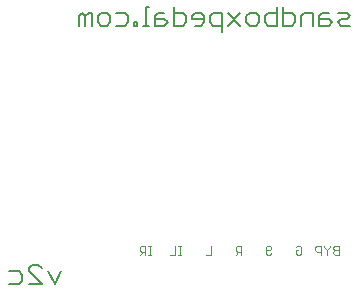
<source format=gbo>
G75*
%MOIN*%
%OFA0B0*%
%FSLAX25Y25*%
%IPPOS*%
%LPD*%
%AMOC8*
5,1,8,0,0,1.08239X$1,22.5*
%
%ADD10C,0.00500*%
%ADD11C,0.00600*%
%ADD12C,0.00300*%
D10*
X0101793Y0095965D02*
X0101793Y0102070D01*
X0098740Y0102070D01*
X0097723Y0101053D01*
X0097723Y0099018D01*
X0098740Y0098000D01*
X0101793Y0098000D01*
X0103800Y0098000D02*
X0107870Y0102070D01*
X0109877Y0101053D02*
X0110895Y0102070D01*
X0112930Y0102070D01*
X0113947Y0101053D01*
X0113947Y0099018D01*
X0112930Y0098000D01*
X0110895Y0098000D01*
X0109877Y0099018D01*
X0109877Y0101053D01*
X0107870Y0098000D02*
X0103800Y0102070D01*
X0095716Y0101053D02*
X0095716Y0099018D01*
X0094698Y0098000D01*
X0092663Y0098000D01*
X0089639Y0099018D02*
X0089639Y0101053D01*
X0088621Y0102070D01*
X0085568Y0102070D01*
X0085568Y0104105D02*
X0085568Y0098000D01*
X0088621Y0098000D01*
X0089639Y0099018D01*
X0091646Y0100035D02*
X0095716Y0100035D01*
X0095716Y0101053D02*
X0094698Y0102070D01*
X0092663Y0102070D01*
X0091646Y0101053D01*
X0091646Y0100035D01*
X0083561Y0099018D02*
X0082544Y0100035D01*
X0079491Y0100035D01*
X0079491Y0101053D02*
X0079491Y0098000D01*
X0082544Y0098000D01*
X0083561Y0099018D01*
X0082544Y0102070D02*
X0080509Y0102070D01*
X0079491Y0101053D01*
X0077484Y0104105D02*
X0076467Y0104105D01*
X0076467Y0098000D01*
X0077484Y0098000D02*
X0075449Y0098000D01*
X0073433Y0098000D02*
X0073433Y0099018D01*
X0072415Y0099018D01*
X0072415Y0098000D01*
X0073433Y0098000D01*
X0070394Y0099018D02*
X0069377Y0098000D01*
X0066324Y0098000D01*
X0064317Y0099018D02*
X0063299Y0098000D01*
X0061264Y0098000D01*
X0060247Y0099018D01*
X0060247Y0101053D01*
X0061264Y0102070D01*
X0063299Y0102070D01*
X0064317Y0101053D01*
X0064317Y0099018D01*
X0066324Y0102070D02*
X0069377Y0102070D01*
X0070394Y0101053D01*
X0070394Y0099018D01*
X0058240Y0098000D02*
X0058240Y0102070D01*
X0057222Y0102070D01*
X0056205Y0101053D01*
X0055187Y0102070D01*
X0054170Y0101053D01*
X0054170Y0098000D01*
X0056205Y0098000D02*
X0056205Y0101053D01*
X0115954Y0101053D02*
X0115954Y0099018D01*
X0116972Y0098000D01*
X0120025Y0098000D01*
X0120025Y0104105D01*
X0122032Y0104105D02*
X0122032Y0098000D01*
X0125084Y0098000D01*
X0126102Y0099018D01*
X0126102Y0101053D01*
X0125084Y0102070D01*
X0122032Y0102070D01*
X0120025Y0102070D02*
X0116972Y0102070D01*
X0115954Y0101053D01*
X0128109Y0101053D02*
X0128109Y0098000D01*
X0132179Y0098000D02*
X0132179Y0102070D01*
X0129126Y0102070D01*
X0128109Y0101053D01*
X0134186Y0101053D02*
X0134186Y0098000D01*
X0137239Y0098000D01*
X0138256Y0099018D01*
X0137239Y0100035D01*
X0134186Y0100035D01*
X0134186Y0101053D02*
X0135204Y0102070D01*
X0137239Y0102070D01*
X0140263Y0102070D02*
X0143316Y0102070D01*
X0144333Y0101053D01*
X0143316Y0100035D01*
X0141281Y0100035D01*
X0140263Y0099018D01*
X0141281Y0098000D01*
X0144333Y0098000D01*
D11*
X0034075Y0011800D02*
X0030872Y0011800D01*
X0034075Y0011800D02*
X0035142Y0012868D01*
X0035142Y0015003D01*
X0034075Y0016070D01*
X0030872Y0016070D01*
X0037318Y0016070D02*
X0037318Y0017138D01*
X0038385Y0018205D01*
X0040520Y0018205D01*
X0041588Y0017138D01*
X0043763Y0016070D02*
X0045898Y0011800D01*
X0048033Y0016070D01*
X0041588Y0011800D02*
X0037318Y0016070D01*
X0037318Y0011800D02*
X0041588Y0011800D01*
D12*
X0074284Y0021650D02*
X0075252Y0022617D01*
X0074768Y0022617D02*
X0076219Y0022617D01*
X0076219Y0021650D02*
X0076219Y0024552D01*
X0074768Y0024552D01*
X0074284Y0024069D01*
X0074284Y0023101D01*
X0074768Y0022617D01*
X0077216Y0021650D02*
X0078183Y0021650D01*
X0077700Y0021650D02*
X0077700Y0024552D01*
X0078183Y0024552D02*
X0077216Y0024552D01*
X0084284Y0021650D02*
X0086219Y0021650D01*
X0086219Y0024552D01*
X0087216Y0024552D02*
X0088183Y0024552D01*
X0087700Y0024552D02*
X0087700Y0021650D01*
X0088183Y0021650D02*
X0087216Y0021650D01*
X0096248Y0021650D02*
X0098183Y0021650D01*
X0098183Y0024552D01*
X0106248Y0024069D02*
X0106248Y0023101D01*
X0106732Y0022617D01*
X0108183Y0022617D01*
X0108183Y0021650D02*
X0108183Y0024552D01*
X0106732Y0024552D01*
X0106248Y0024069D01*
X0107216Y0022617D02*
X0106248Y0021650D01*
X0116248Y0022134D02*
X0116248Y0024069D01*
X0116732Y0024552D01*
X0117700Y0024552D01*
X0118183Y0024069D01*
X0118183Y0023585D01*
X0117700Y0023101D01*
X0116248Y0023101D01*
X0116248Y0022134D02*
X0116732Y0021650D01*
X0117700Y0021650D01*
X0118183Y0022134D01*
X0126248Y0022134D02*
X0126248Y0023101D01*
X0127216Y0023101D01*
X0128183Y0022134D02*
X0127700Y0021650D01*
X0126732Y0021650D01*
X0126248Y0022134D01*
X0128183Y0022134D02*
X0128183Y0024069D01*
X0127700Y0024552D01*
X0126732Y0024552D01*
X0126248Y0024069D01*
X0132855Y0024069D02*
X0132855Y0023101D01*
X0133339Y0022617D01*
X0134790Y0022617D01*
X0134790Y0021650D02*
X0134790Y0024552D01*
X0133339Y0024552D01*
X0132855Y0024069D01*
X0135802Y0024069D02*
X0135802Y0024552D01*
X0135802Y0024069D02*
X0136769Y0023101D01*
X0136769Y0021650D01*
X0136769Y0023101D02*
X0137737Y0024069D01*
X0137737Y0024552D01*
X0138748Y0024069D02*
X0138748Y0023585D01*
X0139232Y0023101D01*
X0140683Y0023101D01*
X0139232Y0023101D02*
X0138748Y0022617D01*
X0138748Y0022134D01*
X0139232Y0021650D01*
X0140683Y0021650D01*
X0140683Y0024552D01*
X0139232Y0024552D01*
X0138748Y0024069D01*
M02*

</source>
